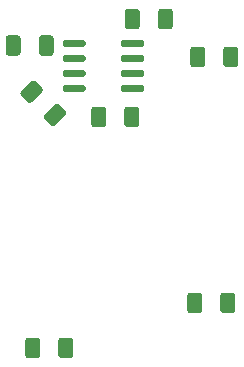
<source format=gbr>
G04 #@! TF.GenerationSoftware,KiCad,Pcbnew,5.1.6-c6e7f7d~87~ubuntu18.04.1*
G04 #@! TF.CreationDate,2020-08-09T11:44:03+02:00*
G04 #@! TF.ProjectId,sboxnet-dccgen,73626f78-6e65-4742-9d64-636367656e2e,rev?*
G04 #@! TF.SameCoordinates,Original*
G04 #@! TF.FileFunction,Paste,Bot*
G04 #@! TF.FilePolarity,Positive*
%FSLAX46Y46*%
G04 Gerber Fmt 4.6, Leading zero omitted, Abs format (unit mm)*
G04 Created by KiCad (PCBNEW 5.1.6-c6e7f7d~87~ubuntu18.04.1) date 2020-08-09 11:44:03*
%MOMM*%
%LPD*%
G01*
G04 APERTURE LIST*
G04 APERTURE END LIST*
G36*
G01*
X36459000Y-56555800D02*
X36459000Y-55305800D01*
G75*
G02*
X36709000Y-55055800I250000J0D01*
G01*
X37459000Y-55055800D01*
G75*
G02*
X37709000Y-55305800I0J-250000D01*
G01*
X37709000Y-56555800D01*
G75*
G02*
X37459000Y-56805800I-250000J0D01*
G01*
X36709000Y-56805800D01*
G75*
G02*
X36459000Y-56555800I0J250000D01*
G01*
G37*
G36*
G01*
X33659000Y-56555800D02*
X33659000Y-55305800D01*
G75*
G02*
X33909000Y-55055800I250000J0D01*
G01*
X34659000Y-55055800D01*
G75*
G02*
X34909000Y-55305800I0J-250000D01*
G01*
X34909000Y-56555800D01*
G75*
G02*
X34659000Y-56805800I-250000J0D01*
G01*
X33909000Y-56805800D01*
G75*
G02*
X33659000Y-56555800I0J250000D01*
G01*
G37*
G36*
G01*
X46545800Y-54320600D02*
X46545800Y-53070600D01*
G75*
G02*
X46795800Y-52820600I250000J0D01*
G01*
X47545800Y-52820600D01*
G75*
G02*
X47795800Y-53070600I0J-250000D01*
G01*
X47795800Y-54320600D01*
G75*
G02*
X47545800Y-54570600I-250000J0D01*
G01*
X46795800Y-54570600D01*
G75*
G02*
X46545800Y-54320600I0J250000D01*
G01*
G37*
G36*
G01*
X43745800Y-54320600D02*
X43745800Y-53070600D01*
G75*
G02*
X43995800Y-52820600I250000J0D01*
G01*
X44745800Y-52820600D01*
G75*
G02*
X44995800Y-53070600I0J-250000D01*
G01*
X44995800Y-54320600D01*
G75*
G02*
X44745800Y-54570600I-250000J0D01*
G01*
X43995800Y-54570600D01*
G75*
G02*
X43745800Y-54320600I0J250000D01*
G01*
G37*
G36*
G01*
X50533000Y-56271000D02*
X50533000Y-57521000D01*
G75*
G02*
X50283000Y-57771000I-250000J0D01*
G01*
X49533000Y-57771000D01*
G75*
G02*
X49283000Y-57521000I0J250000D01*
G01*
X49283000Y-56271000D01*
G75*
G02*
X49533000Y-56021000I250000J0D01*
G01*
X50283000Y-56021000D01*
G75*
G02*
X50533000Y-56271000I0J-250000D01*
G01*
G37*
G36*
G01*
X53333000Y-56271000D02*
X53333000Y-57521000D01*
G75*
G02*
X53083000Y-57771000I-250000J0D01*
G01*
X52333000Y-57771000D01*
G75*
G02*
X52083000Y-57521000I0J250000D01*
G01*
X52083000Y-56271000D01*
G75*
G02*
X52333000Y-56021000I250000J0D01*
G01*
X53083000Y-56021000D01*
G75*
G02*
X53333000Y-56271000I0J-250000D01*
G01*
G37*
G36*
G01*
X43410000Y-59713000D02*
X43410000Y-59413000D01*
G75*
G02*
X43560000Y-59263000I150000J0D01*
G01*
X45210000Y-59263000D01*
G75*
G02*
X45360000Y-59413000I0J-150000D01*
G01*
X45360000Y-59713000D01*
G75*
G02*
X45210000Y-59863000I-150000J0D01*
G01*
X43560000Y-59863000D01*
G75*
G02*
X43410000Y-59713000I0J150000D01*
G01*
G37*
G36*
G01*
X43410000Y-58443000D02*
X43410000Y-58143000D01*
G75*
G02*
X43560000Y-57993000I150000J0D01*
G01*
X45210000Y-57993000D01*
G75*
G02*
X45360000Y-58143000I0J-150000D01*
G01*
X45360000Y-58443000D01*
G75*
G02*
X45210000Y-58593000I-150000J0D01*
G01*
X43560000Y-58593000D01*
G75*
G02*
X43410000Y-58443000I0J150000D01*
G01*
G37*
G36*
G01*
X43410000Y-57173000D02*
X43410000Y-56873000D01*
G75*
G02*
X43560000Y-56723000I150000J0D01*
G01*
X45210000Y-56723000D01*
G75*
G02*
X45360000Y-56873000I0J-150000D01*
G01*
X45360000Y-57173000D01*
G75*
G02*
X45210000Y-57323000I-150000J0D01*
G01*
X43560000Y-57323000D01*
G75*
G02*
X43410000Y-57173000I0J150000D01*
G01*
G37*
G36*
G01*
X43410000Y-55903000D02*
X43410000Y-55603000D01*
G75*
G02*
X43560000Y-55453000I150000J0D01*
G01*
X45210000Y-55453000D01*
G75*
G02*
X45360000Y-55603000I0J-150000D01*
G01*
X45360000Y-55903000D01*
G75*
G02*
X45210000Y-56053000I-150000J0D01*
G01*
X43560000Y-56053000D01*
G75*
G02*
X43410000Y-55903000I0J150000D01*
G01*
G37*
G36*
G01*
X38460000Y-55903000D02*
X38460000Y-55603000D01*
G75*
G02*
X38610000Y-55453000I150000J0D01*
G01*
X40260000Y-55453000D01*
G75*
G02*
X40410000Y-55603000I0J-150000D01*
G01*
X40410000Y-55903000D01*
G75*
G02*
X40260000Y-56053000I-150000J0D01*
G01*
X38610000Y-56053000D01*
G75*
G02*
X38460000Y-55903000I0J150000D01*
G01*
G37*
G36*
G01*
X38460000Y-57173000D02*
X38460000Y-56873000D01*
G75*
G02*
X38610000Y-56723000I150000J0D01*
G01*
X40260000Y-56723000D01*
G75*
G02*
X40410000Y-56873000I0J-150000D01*
G01*
X40410000Y-57173000D01*
G75*
G02*
X40260000Y-57323000I-150000J0D01*
G01*
X38610000Y-57323000D01*
G75*
G02*
X38460000Y-57173000I0J150000D01*
G01*
G37*
G36*
G01*
X38460000Y-58443000D02*
X38460000Y-58143000D01*
G75*
G02*
X38610000Y-57993000I150000J0D01*
G01*
X40260000Y-57993000D01*
G75*
G02*
X40410000Y-58143000I0J-150000D01*
G01*
X40410000Y-58443000D01*
G75*
G02*
X40260000Y-58593000I-150000J0D01*
G01*
X38610000Y-58593000D01*
G75*
G02*
X38460000Y-58443000I0J150000D01*
G01*
G37*
G36*
G01*
X38460000Y-59713000D02*
X38460000Y-59413000D01*
G75*
G02*
X38610000Y-59263000I150000J0D01*
G01*
X40260000Y-59263000D01*
G75*
G02*
X40410000Y-59413000I0J-150000D01*
G01*
X40410000Y-59713000D01*
G75*
G02*
X40260000Y-59863000I-150000J0D01*
G01*
X38610000Y-59863000D01*
G75*
G02*
X38460000Y-59713000I0J150000D01*
G01*
G37*
G36*
G01*
X42151000Y-61351000D02*
X42151000Y-62601000D01*
G75*
G02*
X41901000Y-62851000I-250000J0D01*
G01*
X41151000Y-62851000D01*
G75*
G02*
X40901000Y-62601000I0J250000D01*
G01*
X40901000Y-61351000D01*
G75*
G02*
X41151000Y-61101000I250000J0D01*
G01*
X41901000Y-61101000D01*
G75*
G02*
X42151000Y-61351000I0J-250000D01*
G01*
G37*
G36*
G01*
X44951000Y-61351000D02*
X44951000Y-62601000D01*
G75*
G02*
X44701000Y-62851000I-250000J0D01*
G01*
X43951000Y-62851000D01*
G75*
G02*
X43701000Y-62601000I0J250000D01*
G01*
X43701000Y-61351000D01*
G75*
G02*
X43951000Y-61101000I250000J0D01*
G01*
X44701000Y-61101000D01*
G75*
G02*
X44951000Y-61351000I0J-250000D01*
G01*
G37*
G36*
G01*
X50279000Y-77099000D02*
X50279000Y-78349000D01*
G75*
G02*
X50029000Y-78599000I-250000J0D01*
G01*
X49279000Y-78599000D01*
G75*
G02*
X49029000Y-78349000I0J250000D01*
G01*
X49029000Y-77099000D01*
G75*
G02*
X49279000Y-76849000I250000J0D01*
G01*
X50029000Y-76849000D01*
G75*
G02*
X50279000Y-77099000I0J-250000D01*
G01*
G37*
G36*
G01*
X53079000Y-77099000D02*
X53079000Y-78349000D01*
G75*
G02*
X52829000Y-78599000I-250000J0D01*
G01*
X52079000Y-78599000D01*
G75*
G02*
X51829000Y-78349000I0J250000D01*
G01*
X51829000Y-77099000D01*
G75*
G02*
X52079000Y-76849000I250000J0D01*
G01*
X52829000Y-76849000D01*
G75*
G02*
X53079000Y-77099000I0J-250000D01*
G01*
G37*
G36*
G01*
X36724585Y-59843702D02*
X35840702Y-60727586D01*
G75*
G02*
X35487148Y-60727586I-176777J176777D01*
G01*
X34956818Y-60197256D01*
G75*
G02*
X34956818Y-59843702I176777J176777D01*
G01*
X35840702Y-58959818D01*
G75*
G02*
X36194256Y-58959818I176777J-176777D01*
G01*
X36724586Y-59490148D01*
G75*
G02*
X36724586Y-59843702I-176777J-176777D01*
G01*
G37*
G36*
G01*
X38704483Y-61823600D02*
X37820600Y-62707484D01*
G75*
G02*
X37467046Y-62707484I-176777J176777D01*
G01*
X36936716Y-62177154D01*
G75*
G02*
X36936716Y-61823600I176777J176777D01*
G01*
X37820600Y-60939716D01*
G75*
G02*
X38174154Y-60939716I176777J-176777D01*
G01*
X38704484Y-61470046D01*
G75*
G02*
X38704484Y-61823600I-176777J-176777D01*
G01*
G37*
G36*
G01*
X38113000Y-82159000D02*
X38113000Y-80909000D01*
G75*
G02*
X38363000Y-80659000I250000J0D01*
G01*
X39113000Y-80659000D01*
G75*
G02*
X39363000Y-80909000I0J-250000D01*
G01*
X39363000Y-82159000D01*
G75*
G02*
X39113000Y-82409000I-250000J0D01*
G01*
X38363000Y-82409000D01*
G75*
G02*
X38113000Y-82159000I0J250000D01*
G01*
G37*
G36*
G01*
X35313000Y-82159000D02*
X35313000Y-80909000D01*
G75*
G02*
X35563000Y-80659000I250000J0D01*
G01*
X36313000Y-80659000D01*
G75*
G02*
X36563000Y-80909000I0J-250000D01*
G01*
X36563000Y-82159000D01*
G75*
G02*
X36313000Y-82409000I-250000J0D01*
G01*
X35563000Y-82409000D01*
G75*
G02*
X35313000Y-82159000I0J250000D01*
G01*
G37*
M02*

</source>
